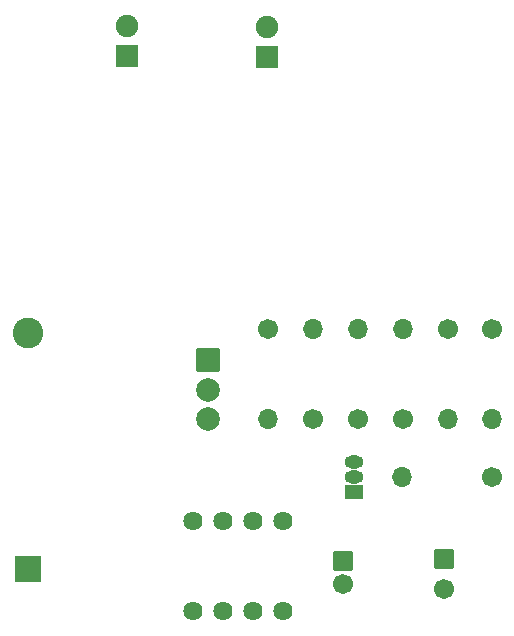
<source format=gts>
%TF.GenerationSoftware,KiCad,Pcbnew,7.0.5*%
%TF.CreationDate,2023-07-12T18:43:18+05:30*%
%TF.ProjectId,555_Timer,3535355f-5469-46d6-9572-2e6b69636164,v01*%
%TF.SameCoordinates,Original*%
%TF.FileFunction,Soldermask,Top*%
%TF.FilePolarity,Negative*%
%FSLAX46Y46*%
G04 Gerber Fmt 4.6, Leading zero omitted, Abs format (unit mm)*
G04 Created by KiCad (PCBNEW 7.0.5) date 2023-07-12 18:43:18*
%MOMM*%
%LPD*%
G01*
G04 APERTURE LIST*
G04 Aperture macros list*
%AMRoundRect*
0 Rectangle with rounded corners*
0 $1 Rounding radius*
0 $2 $3 $4 $5 $6 $7 $8 $9 X,Y pos of 4 corners*
0 Add a 4 corners polygon primitive as box body*
4,1,4,$2,$3,$4,$5,$6,$7,$8,$9,$2,$3,0*
0 Add four circle primitives for the rounded corners*
1,1,$1+$1,$2,$3*
1,1,$1+$1,$4,$5*
1,1,$1+$1,$6,$7*
1,1,$1+$1,$8,$9*
0 Add four rect primitives between the rounded corners*
20,1,$1+$1,$2,$3,$4,$5,0*
20,1,$1+$1,$4,$5,$6,$7,0*
20,1,$1+$1,$6,$7,$8,$9,0*
20,1,$1+$1,$8,$9,$2,$3,0*%
G04 Aperture macros list end*
%ADD10C,1.701600*%
%ADD11O,1.701600X1.701600*%
%ADD12RoundRect,0.050800X-0.800000X0.800000X-0.800000X-0.800000X0.800000X-0.800000X0.800000X0.800000X0*%
%ADD13C,1.625600*%
%ADD14C,1.901600*%
%ADD15RoundRect,0.050800X0.900000X-0.900000X0.900000X0.900000X-0.900000X0.900000X-0.900000X-0.900000X0*%
%ADD16RoundRect,0.050800X-0.950000X0.950000X-0.950000X-0.950000X0.950000X-0.950000X0.950000X0.950000X0*%
%ADD17C,2.001600*%
%ADD18O,1.601600X1.101600*%
%ADD19RoundRect,0.050800X-0.750000X0.500000X-0.750000X-0.500000X0.750000X-0.500000X0.750000X0.500000X0*%
%ADD20RoundRect,0.050800X1.085000X-1.085000X1.085000X1.085000X-1.085000X1.085000X-1.085000X-1.085000X0*%
%ADD21C,2.601600*%
G04 APERTURE END LIST*
D10*
%TO.C,R2*%
X163576000Y-108102400D03*
D11*
X163576000Y-100482400D03*
%TD*%
D12*
%TO.C,C1*%
X166116000Y-120059700D03*
D10*
X166116000Y-122059700D03*
%TD*%
D13*
%TO.C,U1*%
X153416000Y-124345700D03*
X155956000Y-124345700D03*
X158496000Y-124345700D03*
X161036000Y-124345700D03*
X161036000Y-116725700D03*
X158496000Y-116725700D03*
X155956000Y-116725700D03*
X153416000Y-116725700D03*
%TD*%
D14*
%TO.C,D1*%
X147878800Y-74803000D03*
D15*
X147878800Y-77343000D03*
%TD*%
D11*
%TO.C,R1*%
X159766000Y-108089700D03*
D10*
X159766000Y-100469700D03*
%TD*%
%TO.C,C2*%
X174710400Y-122437400D03*
D12*
X174710400Y-119937400D03*
%TD*%
D11*
%TO.C,R7*%
X171196000Y-100469700D03*
D10*
X171196000Y-108089700D03*
%TD*%
D11*
%TO.C,R3*%
X175056800Y-108077000D03*
D10*
X175056800Y-100457000D03*
%TD*%
D15*
%TO.C,D2*%
X159740600Y-77444600D03*
D14*
X159740600Y-74904600D03*
%TD*%
D16*
%TO.C,S1*%
X154686000Y-103089700D03*
D17*
X154686000Y-105589700D03*
X154686000Y-108089700D03*
%TD*%
D11*
%TO.C,R4*%
X178790600Y-108077000D03*
D10*
X178790600Y-100457000D03*
%TD*%
D18*
%TO.C,Q1*%
X167106600Y-111683800D03*
X167106600Y-112953800D03*
D19*
X167106600Y-114223800D03*
%TD*%
D10*
%TO.C,R6*%
X167386000Y-108089700D03*
D11*
X167386000Y-100469700D03*
%TD*%
%TO.C,R5*%
X171170600Y-112979200D03*
D10*
X178790600Y-112979200D03*
%TD*%
D20*
%TO.C,BAT1*%
X139446000Y-120789700D03*
D21*
X139446000Y-100789700D03*
%TD*%
M02*

</source>
